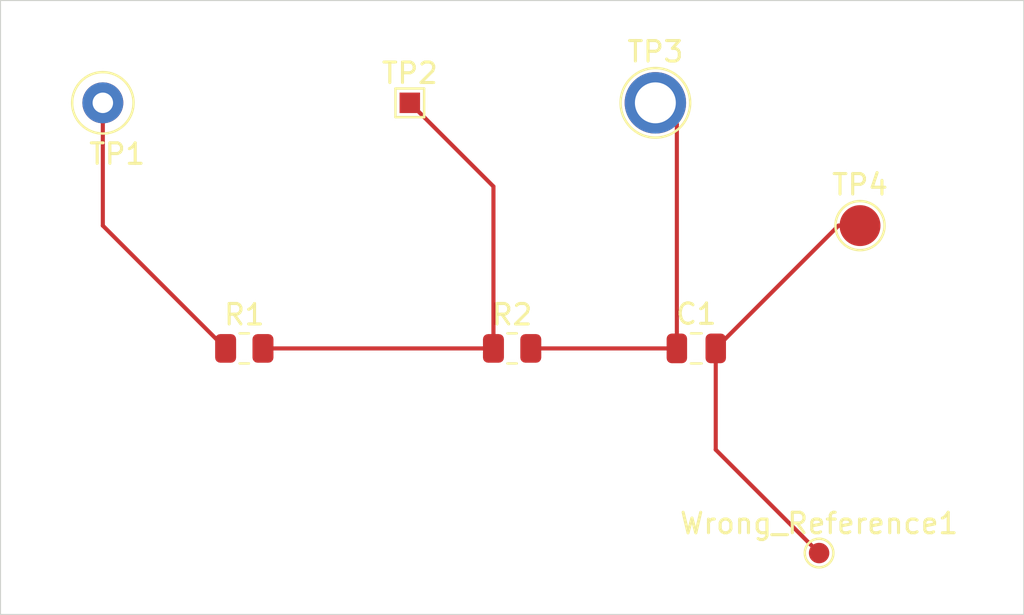
<source format=kicad_pcb>
(kicad_pcb (version 20240108) (generator "pcbnew") (generator_version "8.0")
  (layers (0 "F.Cu" signal) (31 "B.Cu" signal) (34 "B.Paste" user) (35 "F.Paste" user) (36 "B.SilkS" user "B.Silkscreen") (37 "F.SilkS" user "F.Silkscreen") (38 "B.Mask" user) (39 "F.Mask" user) (44 "Edge.Cuts" user))
  (net 0 "")
  (net 1 "Net-(C1-Pad1)")
  (net 2 "Net-(C1-Pad2)")
  (net 3 "Net-(R1-Pad2)")
  (net 4 "Net-(R1-Pad1)")
  (footprint "Resistor_SMD:R_0805_2012Metric" (layer "F.Cu") (at 111.9125 77)
    (property "Reference" "R1" (at 0 -1.65 0) (layer "F.SilkS"))
    (property "Value" "10")
    (fp_line (start -0.227064 -0.735) (end 0.227064 -0.735) (stroke (width 0.12)) (layer "F.SilkS"))
    (fp_line (start -0.227064 0.735) (end 0.227064 0.735) (stroke (width 0.12)) (layer "F.SilkS"))
    (pad "1" smd roundrect (at -0.9125 0) (size 1.025 1.4) (layers "F.Cu" "F.Paste" "F.Mask") (roundrect_rratio 0.243902) (net 4 "Net-(R1-Pad1)"))
    (pad "2" smd roundrect (at 0.9125 0) (size 1.025 1.4) (layers "F.Cu" "F.Paste" "F.Mask") (roundrect_rratio 0.243902) (net 3 "Net-(R1-Pad2)"))
  )
  (footprint "TestPoint:TestPoint_Pad_D2.0mm" (layer "F.Cu") (at 142 71)
    (property "Reference" "TP4" (at 0 -1.998 0) (layer "F.SilkS"))
    (property "Value" "TestPoint_Probe")
    (fp_circle (center 0 0) (end 0 1.2) (stroke (width 0.12)) (fill none) (layer "F.SilkS"))
    (pad "1" smd circle (at 0 0) (size 2 2) (layers "F.Cu" "F.Mask") (net 2 "Net-(C1-Pad2)"))
  )
  (footprint "TestPoint:TestPoint_Pad_1.0x1.0mm" (layer "F.Cu") (at 120 65)
    (property "Reference" "TP2" (at 0 -1.448 0) (layer "F.SilkS"))
    (property "Value" "TestPoint_Alt")
    (fp_line (start -0.7 -0.7) (end 0.7 -0.7) (stroke (width 0.12)) (layer "F.SilkS"))
    (fp_line (start -0.7 0.7) (end -0.7 -0.7) (stroke (width 0.12)) (layer "F.SilkS"))
    (fp_line (start 0.7 -0.7) (end 0.7 0.7) (stroke (width 0.12)) (layer "F.SilkS"))
    (fp_line (start 0.7 0.7) (end -0.7 0.7) (stroke (width 0.12)) (layer "F.SilkS"))
    (pad "1" smd rect (at 0 0) (size 1 1) (layers "F.Cu" "F.Mask") (net 3 "Net-(R1-Pad2)"))
  )
  (footprint "TestPoint:TestPoint_Plated_Hole_D2.0mm" (layer "F.Cu") (at 132 65)
    (property "Reference" "TP3" (at 0 -2.498 0) (layer "F.SilkS"))
    (property "Value" "TestPoint_Flag")
    (fp_circle (center 0 0) (end 0 -1.7) (stroke (width 0.12)) (fill none) (layer "F.SilkS"))
    (pad "1" thru_hole circle (at 0 0) (size 3 3) (drill 2) (layers "*.Cu" "*.Mask") (net 1 "Net-(C1-Pad1)"))
  )
  (footprint "TestPoint:TestPoint_Loop_D1.80mm_Drill1.0mm_Beaded" (layer "F.Cu") (at 105 65)
    (property "Reference" "TP1" (at 0.7 2.5 0) (layer "F.SilkS"))
    (property "Value" "TestPoint")
    (fp_circle (center 0 0) (end 1.5 0) (stroke (width 0.12)) (fill none) (layer "F.SilkS"))
    (pad "1" thru_hole circle (at 0 0) (size 2 2) (drill 1) (layers "*.Cu" "*.Mask") (net 4 "Net-(R1-Pad1)"))
  )
  (footprint "TestPoint:TestPoint_Pad_D1.0mm" (layer "F.Cu") (at 140 87)
    (property "Reference" "Wrong_Reference1" (at 0 -1.448 0) (layer "F.SilkS"))
    (property "Value" "TestPoint_Small")
    (fp_circle (center 0 0) (end 0 0.7) (stroke (width 0.12)) (fill none) (layer "F.SilkS"))
    (pad "1" smd circle (at 0 0) (size 1 1) (layers "F.Cu" "F.Mask") (net 2 "Net-(C1-Pad2)"))
  )
  (footprint "Resistor_SMD:R_0805_2012Metric" (layer "F.Cu") (at 125 77)
    (property "Reference" "R2" (at 0 -1.65 0) (layer "F.SilkS"))
    (property "Value" "20")
    (fp_line (start -0.227064 -0.735) (end 0.227064 -0.735) (stroke (width 0.12)) (layer "F.SilkS"))
    (fp_line (start -0.227064 0.735) (end 0.227064 0.735) (stroke (width 0.12)) (layer "F.SilkS"))
    (pad "1" smd roundrect (at -0.9125 0) (size 1.025 1.4) (layers "F.Cu" "F.Paste" "F.Mask") (roundrect_rratio 0.243902) (net 3 "Net-(R1-Pad2)"))
    (pad "2" smd roundrect (at 0.9125 0) (size 1.025 1.4) (layers "F.Cu" "F.Paste" "F.Mask") (roundrect_rratio 0.243902) (net 1 "Net-(C1-Pad1)"))
  )
  (footprint "Capacitor_SMD:C_0805_2012Metric" (layer "F.Cu") (at 134 77)
    (property "Reference" "C1" (at 0 -1.68 0) (layer "F.SilkS"))
    (property "Value" "1uF")
    (fp_line (start -0.261252 -0.735) (end 0.261252 -0.735) (stroke (width 0.12)) (layer "F.SilkS"))
    (fp_line (start -0.261252 0.735) (end 0.261252 0.735) (stroke (width 0.12)) (layer "F.SilkS"))
    (pad "1" smd roundrect (at -0.95 0) (size 1 1.45) (layers "F.Cu" "F.Paste" "F.Mask") (net 1 "Net-(C1-Pad1)"))
    (pad "2" smd roundrect (at 0.95 0) (size 1 1.45) (layers "F.Cu" "F.Paste" "F.Mask") (net 2 "Net-(C1-Pad2)"))
  )
  (gr_rect (start 100 60) (end 150 90) (stroke (width 0.05)) (fill none) (layer "Edge.Cuts"))
  (segment (start 133.05 66.05) (end 132 65) (width 0.2) (layer "F.Cu") (net 1))
  (segment (start 125.9125 77) (end 133.05 77) (width 0.2) (layer "F.Cu") (net 1))
  (segment (start 133.05 77) (end 133.05 66.05) (width 0.2) (layer "F.Cu") (net 1))
  (segment (start 134.95 77) (end 140.95 71) (width 0.2) (layer "F.Cu") (net 2))
  (segment (start 140.95 71) (end 142 71) (width 0.2) (layer "F.Cu") (net 2))
  (segment (start 134.95 81.95) (end 140 87) (width 0.2) (layer "F.Cu") (net 2))
  (segment (start 134.95 77) (end 134.95 81.95) (width 0.2) (layer "F.Cu") (net 2))
  (segment (start 124.0875 69.0875) (end 120 65) (width 0.2) (layer "F.Cu") (net 3))
  (segment (start 124.0875 77) (end 124.0875 69.0875) (width 0.2) (layer "F.Cu") (net 3))
  (segment (start 112.825 77) (end 124.0875 77) (width 0.2) (layer "F.Cu") (net 3))
  (segment (start 105 65) (end 105 71) (width 0.2) (layer "F.Cu") (net 4))
  (segment (start 105 71) (end 111 77) (width 0.2) (layer "F.Cu") (net 4))
)
</source>
